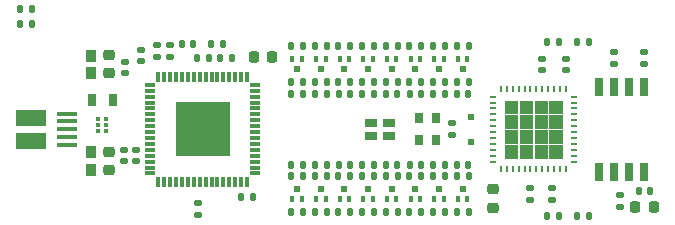
<source format=gtp>
G04 #@! TF.GenerationSoftware,KiCad,Pcbnew,7.0.7*
G04 #@! TF.CreationDate,2023-08-29T18:05:24+01:00*
G04 #@! TF.ProjectId,NB3_hindbrain,4e42335f-6869-46e6-9462-7261696e2e6b,0.0.1*
G04 #@! TF.SameCoordinates,PX4af0920PY4c4db10*
G04 #@! TF.FileFunction,Paste,Top*
G04 #@! TF.FilePolarity,Positive*
%FSLAX46Y46*%
G04 Gerber Fmt 4.6, Leading zero omitted, Abs format (unit mm)*
G04 Created by KiCad (PCBNEW 7.0.7) date 2023-08-29 18:05:24*
%MOMM*%
%LPD*%
G01*
G04 APERTURE LIST*
G04 Aperture macros list*
%AMRoundRect*
0 Rectangle with rounded corners*
0 $1 Rounding radius*
0 $2 $3 $4 $5 $6 $7 $8 $9 X,Y pos of 4 corners*
0 Add a 4 corners polygon primitive as box body*
4,1,4,$2,$3,$4,$5,$6,$7,$8,$9,$2,$3,0*
0 Add four circle primitives for the rounded corners*
1,1,$1+$1,$2,$3*
1,1,$1+$1,$4,$5*
1,1,$1+$1,$6,$7*
1,1,$1+$1,$8,$9*
0 Add four rect primitives between the rounded corners*
20,1,$1+$1,$2,$3,$4,$5,0*
20,1,$1+$1,$4,$5,$6,$7,0*
20,1,$1+$1,$6,$7,$8,$9,0*
20,1,$1+$1,$8,$9,$2,$3,0*%
G04 Aperture macros list end*
%ADD10C,0.010000*%
%ADD11RoundRect,0.135000X0.135000X0.185000X-0.135000X0.185000X-0.135000X-0.185000X0.135000X-0.185000X0*%
%ADD12RoundRect,0.147500X0.147500X0.172500X-0.147500X0.172500X-0.147500X-0.172500X0.147500X-0.172500X0*%
%ADD13R,0.370000X0.425000*%
%ADD14R,1.000000X0.800000*%
%ADD15R,0.970000X1.000000*%
%ADD16R,0.370000X0.500000*%
%ADD17R,0.470000X0.500000*%
%ADD18R,0.240000X0.600000*%
%ADD19R,0.600000X0.240000*%
%ADD20RoundRect,0.135000X-0.185000X0.135000X-0.185000X-0.135000X0.185000X-0.135000X0.185000X0.135000X0*%
%ADD21RoundRect,0.140000X-0.170000X0.140000X-0.170000X-0.140000X0.170000X-0.140000X0.170000X0.140000X0*%
%ADD22RoundRect,0.225000X-0.225000X-0.250000X0.225000X-0.250000X0.225000X0.250000X-0.225000X0.250000X0*%
%ADD23R,0.800000X0.900000*%
%ADD24RoundRect,0.140000X0.170000X-0.140000X0.170000X0.140000X-0.170000X0.140000X-0.170000X-0.140000X0*%
%ADD25R,0.650000X1.650000*%
%ADD26R,1.750000X0.400000*%
%ADD27R,2.500000X1.425000*%
%ADD28RoundRect,0.135000X-0.135000X-0.185000X0.135000X-0.185000X0.135000X0.185000X-0.135000X0.185000X0*%
%ADD29RoundRect,0.140000X0.140000X0.170000X-0.140000X0.170000X-0.140000X-0.170000X0.140000X-0.170000X0*%
%ADD30R,0.770000X1.070000*%
%ADD31R,0.850000X0.300000*%
%ADD32R,0.300000X0.850000*%
%ADD33R,4.550000X4.550000*%
%ADD34RoundRect,0.225000X-0.250000X0.225000X-0.250000X-0.225000X0.250000X-0.225000X0.250000X0.225000X0*%
%ADD35RoundRect,0.225000X0.250000X-0.225000X0.250000X0.225000X-0.250000X0.225000X-0.250000X-0.225000X0*%
%ADD36R,0.500000X0.600000*%
%ADD37RoundRect,0.135000X0.185000X-0.135000X0.185000X0.135000X-0.185000X0.135000X-0.185000X-0.135000X0*%
%ADD38RoundRect,0.147500X-0.147500X-0.172500X0.147500X-0.172500X0.147500X0.172500X-0.147500X0.172500X0*%
G04 APERTURE END LIST*
D10*
X48420000Y1360000D02*
X47360000Y1360000D01*
X47360000Y2420000D01*
X48420000Y2420000D01*
X48420000Y1360000D01*
G36*
X48420000Y1360000D02*
G01*
X47360000Y1360000D01*
X47360000Y2420000D01*
X48420000Y2420000D01*
X48420000Y1360000D01*
G37*
X47160000Y1360000D02*
X46100000Y1360000D01*
X46100000Y2420000D01*
X47160000Y2420000D01*
X47160000Y1360000D01*
G36*
X47160000Y1360000D02*
G01*
X46100000Y1360000D01*
X46100000Y2420000D01*
X47160000Y2420000D01*
X47160000Y1360000D01*
G37*
X45900000Y1360000D02*
X44840000Y1360000D01*
X44840000Y2420000D01*
X45900000Y2420000D01*
X45900000Y1360000D01*
G36*
X45900000Y1360000D02*
G01*
X44840000Y1360000D01*
X44840000Y2420000D01*
X45900000Y2420000D01*
X45900000Y1360000D01*
G37*
X44640000Y1360000D02*
X43580000Y1360000D01*
X43580000Y2420000D01*
X44640000Y2420000D01*
X44640000Y1360000D01*
G36*
X44640000Y1360000D02*
G01*
X43580000Y1360000D01*
X43580000Y2420000D01*
X44640000Y2420000D01*
X44640000Y1360000D01*
G37*
X48420000Y100000D02*
X47360000Y100000D01*
X47360000Y1160000D01*
X48420000Y1160000D01*
X48420000Y100000D01*
G36*
X48420000Y100000D02*
G01*
X47360000Y100000D01*
X47360000Y1160000D01*
X48420000Y1160000D01*
X48420000Y100000D01*
G37*
X47160000Y100000D02*
X46100000Y100000D01*
X46100000Y1160000D01*
X47160000Y1160000D01*
X47160000Y100000D01*
G36*
X47160000Y100000D02*
G01*
X46100000Y100000D01*
X46100000Y1160000D01*
X47160000Y1160000D01*
X47160000Y100000D01*
G37*
X45900000Y100000D02*
X44840000Y100000D01*
X44840000Y1160000D01*
X45900000Y1160000D01*
X45900000Y100000D01*
G36*
X45900000Y100000D02*
G01*
X44840000Y100000D01*
X44840000Y1160000D01*
X45900000Y1160000D01*
X45900000Y100000D01*
G37*
X44640000Y100000D02*
X43580000Y100000D01*
X43580000Y1160000D01*
X44640000Y1160000D01*
X44640000Y100000D01*
G36*
X44640000Y100000D02*
G01*
X43580000Y100000D01*
X43580000Y1160000D01*
X44640000Y1160000D01*
X44640000Y100000D01*
G37*
X48420000Y-1160000D02*
X47360000Y-1160000D01*
X47360000Y-100000D01*
X48420000Y-100000D01*
X48420000Y-1160000D01*
G36*
X48420000Y-1160000D02*
G01*
X47360000Y-1160000D01*
X47360000Y-100000D01*
X48420000Y-100000D01*
X48420000Y-1160000D01*
G37*
X47160000Y-1160000D02*
X46100000Y-1160000D01*
X46100000Y-100000D01*
X47160000Y-100000D01*
X47160000Y-1160000D01*
G36*
X47160000Y-1160000D02*
G01*
X46100000Y-1160000D01*
X46100000Y-100000D01*
X47160000Y-100000D01*
X47160000Y-1160000D01*
G37*
X45900000Y-1160000D02*
X44840000Y-1160000D01*
X44840000Y-100000D01*
X45900000Y-100000D01*
X45900000Y-1160000D01*
G36*
X45900000Y-1160000D02*
G01*
X44840000Y-1160000D01*
X44840000Y-100000D01*
X45900000Y-100000D01*
X45900000Y-1160000D01*
G37*
X44640000Y-1160000D02*
X43580000Y-1160000D01*
X43580000Y-100000D01*
X44640000Y-100000D01*
X44640000Y-1160000D01*
G36*
X44640000Y-1160000D02*
G01*
X43580000Y-1160000D01*
X43580000Y-100000D01*
X44640000Y-100000D01*
X44640000Y-1160000D01*
G37*
X48420000Y-2420000D02*
X47360000Y-2420000D01*
X47360000Y-1360000D01*
X48420000Y-1360000D01*
X48420000Y-2420000D01*
G36*
X48420000Y-2420000D02*
G01*
X47360000Y-2420000D01*
X47360000Y-1360000D01*
X48420000Y-1360000D01*
X48420000Y-2420000D01*
G37*
X47160000Y-2420000D02*
X46100000Y-2420000D01*
X46100000Y-1360000D01*
X47160000Y-1360000D01*
X47160000Y-2420000D01*
G36*
X47160000Y-2420000D02*
G01*
X46100000Y-2420000D01*
X46100000Y-1360000D01*
X47160000Y-1360000D01*
X47160000Y-2420000D01*
G37*
X45900000Y-2420000D02*
X44840000Y-2420000D01*
X44840000Y-1360000D01*
X45900000Y-1360000D01*
X45900000Y-2420000D01*
G36*
X45900000Y-2420000D02*
G01*
X44840000Y-2420000D01*
X44840000Y-1360000D01*
X45900000Y-1360000D01*
X45900000Y-2420000D01*
G37*
X44640000Y-2420000D02*
X43580000Y-2420000D01*
X43580000Y-1360000D01*
X44640000Y-1360000D01*
X44640000Y-2420000D01*
G36*
X44640000Y-2420000D02*
G01*
X43580000Y-2420000D01*
X43580000Y-1360000D01*
X44640000Y-1360000D01*
X44640000Y-2420000D01*
G37*
D11*
X38510000Y7000000D03*
X37490000Y7000000D03*
D12*
X36485000Y-3000000D03*
X35515000Y-3000000D03*
D11*
X26510000Y-7000000D03*
X25490000Y-7000000D03*
D13*
X9837000Y-175000D03*
X9837000Y325000D03*
X9837000Y825000D03*
X9163000Y825000D03*
X9163000Y325000D03*
X9163000Y-175000D03*
D11*
X28510000Y4000000D03*
X27490000Y4000000D03*
D14*
X32250000Y550000D03*
X33750000Y550000D03*
X33750000Y-550000D03*
X32250000Y-550000D03*
D11*
X20520000Y6000000D03*
X19500000Y6000000D03*
X32510000Y-7000000D03*
X31490000Y-7000000D03*
X32510000Y4000000D03*
X31490000Y4000000D03*
X36510000Y-4000000D03*
X35490000Y-4000000D03*
D15*
X8525000Y-1950000D03*
X8525000Y-3420000D03*
D16*
X29600000Y-5900000D03*
X30400000Y-5900000D03*
D17*
X30000000Y-5100000D03*
D16*
X36400000Y5900000D03*
X35600000Y5900000D03*
D17*
X36000000Y5100000D03*
D18*
X48750000Y3400000D03*
X48250000Y3400000D03*
X47750000Y3400000D03*
X47250000Y3400000D03*
X46750000Y3400000D03*
X46250000Y3400000D03*
X45750000Y3400000D03*
X45250000Y3400000D03*
X44750000Y3400000D03*
X44250000Y3400000D03*
X43750000Y3400000D03*
X43250000Y3400000D03*
D19*
X42600000Y2750000D03*
X42600000Y2250000D03*
X42600000Y1750000D03*
X42600000Y1250000D03*
X42600000Y750000D03*
X42600000Y250000D03*
X42600000Y-250000D03*
X42600000Y-750000D03*
X42600000Y-1250000D03*
X42600000Y-1750000D03*
X42600000Y-2250000D03*
X42600000Y-2750000D03*
D18*
X43250000Y-3400000D03*
X43750000Y-3400000D03*
X44250000Y-3400000D03*
X44750000Y-3400000D03*
X45250000Y-3400000D03*
X45750000Y-3400000D03*
X46250000Y-3400000D03*
X46750000Y-3400000D03*
X47250000Y-3400000D03*
X47750000Y-3400000D03*
X48250000Y-3400000D03*
X48750000Y-3400000D03*
D19*
X49400000Y-2750000D03*
X49400000Y-2250000D03*
X49400000Y-1750000D03*
X49400000Y-1250000D03*
X49400000Y-750000D03*
X49400000Y-250000D03*
X49400000Y250000D03*
X49400000Y750000D03*
X49400000Y1250000D03*
X49400000Y1750000D03*
X49400000Y2250000D03*
X49400000Y2750000D03*
D12*
X26485000Y-3000000D03*
X25515000Y-3000000D03*
D11*
X30510000Y7000000D03*
X29490000Y7000000D03*
X38510000Y-4000000D03*
X37490000Y-4000000D03*
D12*
X30485000Y-3000000D03*
X29515000Y-3000000D03*
D16*
X31600000Y-5900000D03*
X32400000Y-5900000D03*
D17*
X32000000Y-5100000D03*
D20*
X14100000Y7110000D03*
X14100000Y6090000D03*
D21*
X46750000Y5960000D03*
X46750000Y5000000D03*
D12*
X30485000Y3000000D03*
X29515000Y3000000D03*
D11*
X40510000Y4000000D03*
X39490000Y4000000D03*
X26510000Y4000000D03*
X25490000Y4000000D03*
D12*
X32485000Y-3000000D03*
X31515000Y-3000000D03*
D11*
X40510000Y-7000000D03*
X39490000Y-7000000D03*
X34510000Y-4000000D03*
X33490000Y-4000000D03*
D21*
X12750000Y6710000D03*
X12750000Y5750000D03*
D22*
X54625000Y-6600000D03*
X56175000Y-6600000D03*
D20*
X52850000Y6510000D03*
X52850000Y5490000D03*
D23*
X37775000Y-925000D03*
X37775000Y925000D03*
X36325000Y925000D03*
X36325000Y-925000D03*
D24*
X12325000Y-2730000D03*
X12325000Y-1770000D03*
D25*
X55405000Y3600000D03*
X54135000Y3600000D03*
X52865000Y3600000D03*
X51595000Y3600000D03*
X51595000Y-3600000D03*
X52865000Y-3600000D03*
X54135000Y-3600000D03*
X55405000Y-3600000D03*
D16*
X39600000Y-5900000D03*
X40400000Y-5900000D03*
D17*
X40000000Y-5100000D03*
D11*
X26510000Y7000000D03*
X25490000Y7000000D03*
X50702400Y-7340600D03*
X49682400Y-7340600D03*
X48162400Y-7340600D03*
X47142400Y-7340600D03*
X26510000Y-4000000D03*
X25490000Y-4000000D03*
D16*
X40400000Y5900000D03*
X39600000Y5900000D03*
D17*
X40000000Y5100000D03*
D16*
X34400000Y5900000D03*
X33600000Y5900000D03*
D17*
X34000000Y5100000D03*
D20*
X15200000Y7110000D03*
X15200000Y6090000D03*
D12*
X40485000Y3000000D03*
X39515000Y3000000D03*
D26*
X6525000Y1300000D03*
X6525000Y650000D03*
X6525000Y0D03*
X6525000Y-650000D03*
X6525000Y-1300000D03*
D27*
X3450000Y962500D03*
X3450000Y-962500D03*
D12*
X34485000Y3000000D03*
X33515000Y3000000D03*
D16*
X32400000Y5900000D03*
X31600000Y5900000D03*
D17*
X32000000Y5100000D03*
D15*
X8525000Y4765000D03*
X8525000Y6235000D03*
D28*
X2538000Y10160000D03*
X3558000Y10160000D03*
D11*
X48162400Y7350000D03*
X47142400Y7350000D03*
D12*
X34485000Y-3000000D03*
X33515000Y-3000000D03*
X32485000Y3000000D03*
X31515000Y3000000D03*
D24*
X47600000Y-5980000D03*
X47600000Y-5020000D03*
D16*
X28400000Y5900000D03*
X27600000Y5900000D03*
D17*
X28000000Y5100000D03*
D29*
X22230000Y-5750000D03*
X21270000Y-5750000D03*
D12*
X19685000Y7200000D03*
X18715000Y7200000D03*
D20*
X53300000Y-5580000D03*
X53300000Y-6600000D03*
D16*
X30400000Y5900000D03*
X29600000Y5900000D03*
D17*
X30000000Y5100000D03*
D30*
X8600000Y2500000D03*
X10400000Y2500000D03*
D20*
X55400000Y6510000D03*
X55400000Y5490000D03*
D16*
X35600000Y-5900000D03*
X36400000Y-5900000D03*
D17*
X36000000Y-5100000D03*
D11*
X40510000Y-4000000D03*
X39490000Y-4000000D03*
X36510000Y7000000D03*
X35490000Y7000000D03*
X32510000Y7000000D03*
X31490000Y7000000D03*
X28510000Y-7000000D03*
X27490000Y-7000000D03*
X38500000Y-7000000D03*
X37480000Y-7000000D03*
D12*
X38485000Y-3000000D03*
X37515000Y-3000000D03*
X28485000Y-3000000D03*
X27515000Y-3000000D03*
D11*
X40510000Y7000000D03*
X39490000Y7000000D03*
X28510000Y7000000D03*
X27490000Y7000000D03*
D28*
X17480000Y6000000D03*
X18500000Y6000000D03*
D11*
X28510000Y-4000000D03*
X27490000Y-4000000D03*
X30510000Y-7000000D03*
X29490000Y-7000000D03*
D31*
X13550000Y3750000D03*
X13550000Y3250000D03*
X13550000Y2750000D03*
X13550000Y2250000D03*
X13550000Y1750000D03*
X13550000Y1250000D03*
X13550000Y750000D03*
X13550000Y250000D03*
X13550000Y-250000D03*
X13550000Y-750000D03*
X13550000Y-1250000D03*
X13550000Y-1750000D03*
X13550000Y-2250000D03*
X13550000Y-2750000D03*
X13550000Y-3250000D03*
X13550000Y-3750000D03*
D32*
X14250000Y-4450000D03*
X14750000Y-4450000D03*
X15250000Y-4450000D03*
X15750000Y-4450000D03*
X16250000Y-4450000D03*
X16750000Y-4450000D03*
X17250000Y-4450000D03*
X17750000Y-4450000D03*
X18250000Y-4450000D03*
X18750000Y-4450000D03*
X19250000Y-4450000D03*
X19750000Y-4450000D03*
X20250000Y-4450000D03*
X20750000Y-4450000D03*
X21250000Y-4450000D03*
X21750000Y-4450000D03*
D31*
X22450000Y-3750000D03*
X22450000Y-3250000D03*
X22450000Y-2750000D03*
X22450000Y-2250000D03*
X22450000Y-1750000D03*
X22450000Y-1250000D03*
X22450000Y-750000D03*
X22450000Y-250000D03*
X22450000Y250000D03*
X22450000Y750000D03*
X22450000Y1250000D03*
X22450000Y1750000D03*
X22450000Y2250000D03*
X22450000Y2750000D03*
X22450000Y3250000D03*
X22450000Y3750000D03*
D32*
X21750000Y4450000D03*
X21250000Y4450000D03*
X20750000Y4450000D03*
X20250000Y4450000D03*
X19750000Y4450000D03*
X19250000Y4450000D03*
X18750000Y4450000D03*
X18250000Y4450000D03*
X17750000Y4450000D03*
X17250000Y4450000D03*
X16750000Y4450000D03*
X16250000Y4450000D03*
X15750000Y4450000D03*
X15250000Y4450000D03*
X14750000Y4450000D03*
X14250000Y4450000D03*
D33*
X18000000Y0D03*
D11*
X30510000Y4000000D03*
X29490000Y4000000D03*
D29*
X55860000Y-5250000D03*
X54900000Y-5250000D03*
D11*
X36510000Y-7000000D03*
X35490000Y-7000000D03*
D34*
X10075000Y-1900000D03*
X10075000Y-3450000D03*
D21*
X48750000Y5980000D03*
X48750000Y5020000D03*
D12*
X40485000Y-3000000D03*
X39515000Y-3000000D03*
D16*
X33600000Y-5900000D03*
X34400000Y-5900000D03*
D17*
X34000000Y-5100000D03*
D24*
X11400000Y4720000D03*
X11400000Y5680000D03*
D16*
X26400000Y5900000D03*
X25600000Y5900000D03*
D17*
X26000000Y5100000D03*
D11*
X30510000Y-4000000D03*
X29490000Y-4000000D03*
D12*
X17185000Y7200000D03*
X16215000Y7200000D03*
D11*
X34510000Y4000000D03*
X33490000Y4000000D03*
D35*
X10100000Y4725000D03*
X10100000Y6275000D03*
D36*
X40750000Y1050000D03*
X40750000Y-1050000D03*
D11*
X34510000Y7000000D03*
X33490000Y7000000D03*
X32510000Y-4000000D03*
X31490000Y-4000000D03*
D24*
X39100000Y-480000D03*
X39100000Y480000D03*
D11*
X34510000Y-7000000D03*
X33490000Y-7000000D03*
D21*
X11350000Y-1770000D03*
X11350000Y-2730000D03*
D24*
X45750000Y-5960000D03*
X45750000Y-5000000D03*
D11*
X50702400Y7366000D03*
X49682400Y7366000D03*
D16*
X25600000Y-5900000D03*
X26400000Y-5900000D03*
D17*
X26000000Y-5100000D03*
D16*
X38400000Y5900000D03*
X37600000Y5900000D03*
D17*
X38000000Y5100000D03*
D37*
X17600000Y-7270000D03*
X17600000Y-6250000D03*
D12*
X28485000Y3000000D03*
X27515000Y3000000D03*
D16*
X37600000Y-5900000D03*
X38400000Y-5900000D03*
D17*
X38000000Y-5100000D03*
D12*
X26485000Y3000000D03*
X25515000Y3000000D03*
D22*
X22325000Y6100000D03*
X23875000Y6100000D03*
D12*
X38485000Y3000000D03*
X37515000Y3000000D03*
X36485000Y3000000D03*
X35515000Y3000000D03*
D11*
X38510000Y4000000D03*
X37490000Y4000000D03*
D34*
X42600000Y-5100000D03*
X42600000Y-6650000D03*
D16*
X27600000Y-5900000D03*
X28400000Y-5900000D03*
D17*
X28000000Y-5100000D03*
D38*
X2563000Y8900000D03*
X3533000Y8900000D03*
D11*
X36510000Y4000000D03*
X35490000Y4000000D03*
M02*

</source>
